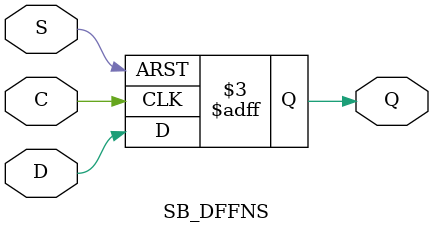
<source format=v>
module SB_DFFNS (output Q, input C, S, D);
	reg Q = 0;
	always @(negedge C, posedge S)
		if (S)
			Q <= 1;
		else
			Q <= D;
endmodule

</source>
